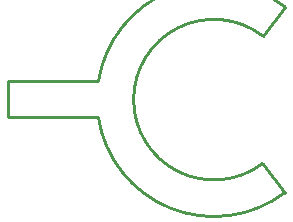
<source format=gbr>
%TF.GenerationSoftware,KiCad,Pcbnew,8.0.0*%
%TF.CreationDate,2024-03-07T16:43:38+08:00*%
%TF.ProjectId,LED_ring,4c45445f-7269-46e6-972e-6b696361645f,rev?*%
%TF.SameCoordinates,Original*%
%TF.FileFunction,Other,User*%
%FSLAX46Y46*%
G04 Gerber Fmt 4.6, Leading zero omitted, Abs format (unit mm)*
G04 Created by KiCad (PCBNEW 8.0.0) date 2024-03-07 16:43:38*
%MOMM*%
%LPD*%
G01*
G04 APERTURE LIST*
%ADD10C,0.254000*%
G04 APERTURE END LIST*
D10*
X148492502Y-102152500D02*
X140874000Y-102174000D01*
X148492502Y-102152500D02*
G75*
G02*
X164263496Y-95845505I9774228J-1569380D01*
G01*
X162385999Y-98314501D02*
X164263481Y-95845487D01*
X140874000Y-105224000D02*
X148481003Y-105218500D01*
X162385998Y-109135998D02*
X164263499Y-111601498D01*
X162385997Y-109135997D02*
G75*
G02*
X162385998Y-98314503I-4118627J5410747D01*
G01*
X164263498Y-111601497D02*
G75*
G02*
X148481044Y-105218494I-5995998J7877597D01*
G01*
X140874000Y-102174000D02*
X140874000Y-105224000D01*
M02*

</source>
